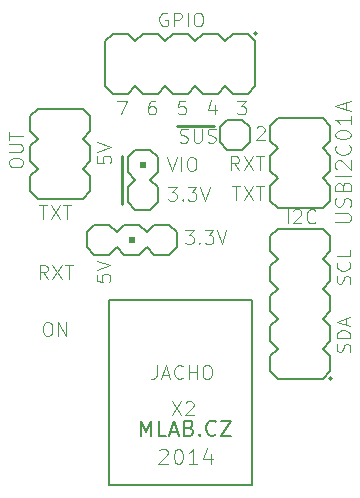
<source format=gbr>
%TF.GenerationSoftware,KiCad,Pcbnew,7.0.5.1-1-g8f565ef7f0-dirty-deb11*%
%TF.CreationDate,2023-07-05T12:54:24+00:00*%
%TF.ProjectId,USBI2C01,55534249-3243-4303-912e-6b696361645f,I2CUSB01A*%
%TF.SameCoordinates,Original*%
%TF.FileFunction,Legend,Top*%
%TF.FilePolarity,Positive*%
%FSLAX46Y46*%
G04 Gerber Fmt 4.6, Leading zero omitted, Abs format (unit mm)*
G04 Created by KiCad (PCBNEW 7.0.5.1-1-g8f565ef7f0-dirty-deb11) date 2023-07-05 12:54:24*
%MOMM*%
%LPD*%
G01*
G04 APERTURE LIST*
%ADD10C,0.254000*%
%ADD11C,0.101600*%
%ADD12C,0.200000*%
%ADD13C,0.113792*%
%ADD14C,0.093472*%
%ADD15C,0.152400*%
%ADD16C,0.127000*%
G04 APERTURE END LIST*
D10*
X143579850Y-101669850D02*
X143579850Y-97542350D01*
X148183600Y-95002350D02*
X151358600Y-95002350D01*
D11*
X134008176Y-98244765D02*
X134008176Y-98022212D01*
X134008176Y-98022212D02*
X134063814Y-97910936D01*
X134063814Y-97910936D02*
X134175090Y-97799660D01*
X134175090Y-97799660D02*
X134397642Y-97744022D01*
X134397642Y-97744022D02*
X134787109Y-97744022D01*
X134787109Y-97744022D02*
X135009661Y-97799660D01*
X135009661Y-97799660D02*
X135120938Y-97910936D01*
X135120938Y-97910936D02*
X135176576Y-98022212D01*
X135176576Y-98022212D02*
X135176576Y-98244765D01*
X135176576Y-98244765D02*
X135120938Y-98356041D01*
X135120938Y-98356041D02*
X135009661Y-98467317D01*
X135009661Y-98467317D02*
X134787109Y-98522955D01*
X134787109Y-98522955D02*
X134397642Y-98522955D01*
X134397642Y-98522955D02*
X134175090Y-98467317D01*
X134175090Y-98467317D02*
X134063814Y-98356041D01*
X134063814Y-98356041D02*
X134008176Y-98244765D01*
X134008176Y-97243279D02*
X134954023Y-97243279D01*
X134954023Y-97243279D02*
X135065299Y-97187641D01*
X135065299Y-97187641D02*
X135120938Y-97132003D01*
X135120938Y-97132003D02*
X135176576Y-97020727D01*
X135176576Y-97020727D02*
X135176576Y-96798174D01*
X135176576Y-96798174D02*
X135120938Y-96686898D01*
X135120938Y-96686898D02*
X135065299Y-96631260D01*
X135065299Y-96631260D02*
X134954023Y-96575622D01*
X134954023Y-96575622D02*
X134008176Y-96575622D01*
X134008176Y-96186155D02*
X134008176Y-95518498D01*
X135176576Y-95852327D02*
X134008176Y-95852327D01*
D12*
X145173271Y-121277604D02*
X145173271Y-119977604D01*
X145173271Y-119977604D02*
X145606605Y-120906176D01*
X145606605Y-120906176D02*
X146039938Y-119977604D01*
X146039938Y-119977604D02*
X146039938Y-121277604D01*
X147278033Y-121277604D02*
X146658985Y-121277604D01*
X146658985Y-121277604D02*
X146658985Y-119977604D01*
X147649462Y-120906176D02*
X148268509Y-120906176D01*
X147525652Y-121277604D02*
X147958985Y-119977604D01*
X147958985Y-119977604D02*
X148392319Y-121277604D01*
X149258986Y-120596652D02*
X149444700Y-120658557D01*
X149444700Y-120658557D02*
X149506605Y-120720461D01*
X149506605Y-120720461D02*
X149568509Y-120844271D01*
X149568509Y-120844271D02*
X149568509Y-121029985D01*
X149568509Y-121029985D02*
X149506605Y-121153795D01*
X149506605Y-121153795D02*
X149444700Y-121215700D01*
X149444700Y-121215700D02*
X149320890Y-121277604D01*
X149320890Y-121277604D02*
X148825652Y-121277604D01*
X148825652Y-121277604D02*
X148825652Y-119977604D01*
X148825652Y-119977604D02*
X149258986Y-119977604D01*
X149258986Y-119977604D02*
X149382795Y-120039509D01*
X149382795Y-120039509D02*
X149444700Y-120101414D01*
X149444700Y-120101414D02*
X149506605Y-120225223D01*
X149506605Y-120225223D02*
X149506605Y-120349033D01*
X149506605Y-120349033D02*
X149444700Y-120472842D01*
X149444700Y-120472842D02*
X149382795Y-120534747D01*
X149382795Y-120534747D02*
X149258986Y-120596652D01*
X149258986Y-120596652D02*
X148825652Y-120596652D01*
X150125652Y-121153795D02*
X150187557Y-121215700D01*
X150187557Y-121215700D02*
X150125652Y-121277604D01*
X150125652Y-121277604D02*
X150063748Y-121215700D01*
X150063748Y-121215700D02*
X150125652Y-121153795D01*
X150125652Y-121153795D02*
X150125652Y-121277604D01*
X151487557Y-121153795D02*
X151425653Y-121215700D01*
X151425653Y-121215700D02*
X151239938Y-121277604D01*
X151239938Y-121277604D02*
X151116129Y-121277604D01*
X151116129Y-121277604D02*
X150930415Y-121215700D01*
X150930415Y-121215700D02*
X150806605Y-121091890D01*
X150806605Y-121091890D02*
X150744700Y-120968080D01*
X150744700Y-120968080D02*
X150682796Y-120720461D01*
X150682796Y-120720461D02*
X150682796Y-120534747D01*
X150682796Y-120534747D02*
X150744700Y-120287128D01*
X150744700Y-120287128D02*
X150806605Y-120163319D01*
X150806605Y-120163319D02*
X150930415Y-120039509D01*
X150930415Y-120039509D02*
X151116129Y-119977604D01*
X151116129Y-119977604D02*
X151239938Y-119977604D01*
X151239938Y-119977604D02*
X151425653Y-120039509D01*
X151425653Y-120039509D02*
X151487557Y-120101414D01*
X151920891Y-119977604D02*
X152787557Y-119977604D01*
X152787557Y-119977604D02*
X151920891Y-121277604D01*
X151920891Y-121277604D02*
X152787557Y-121277604D01*
D11*
X143178606Y-92891926D02*
X143957539Y-92891926D01*
X143957539Y-92891926D02*
X143456796Y-94060326D01*
X147394401Y-85486314D02*
X147283125Y-85430676D01*
X147283125Y-85430676D02*
X147116211Y-85430676D01*
X147116211Y-85430676D02*
X146949296Y-85486314D01*
X146949296Y-85486314D02*
X146838020Y-85597590D01*
X146838020Y-85597590D02*
X146782382Y-85708866D01*
X146782382Y-85708866D02*
X146726744Y-85931418D01*
X146726744Y-85931418D02*
X146726744Y-86098333D01*
X146726744Y-86098333D02*
X146782382Y-86320885D01*
X146782382Y-86320885D02*
X146838020Y-86432161D01*
X146838020Y-86432161D02*
X146949296Y-86543438D01*
X146949296Y-86543438D02*
X147116211Y-86599076D01*
X147116211Y-86599076D02*
X147227487Y-86599076D01*
X147227487Y-86599076D02*
X147394401Y-86543438D01*
X147394401Y-86543438D02*
X147450039Y-86487799D01*
X147450039Y-86487799D02*
X147450039Y-86098333D01*
X147450039Y-86098333D02*
X147227487Y-86098333D01*
X147950782Y-86599076D02*
X147950782Y-85430676D01*
X147950782Y-85430676D02*
X148395887Y-85430676D01*
X148395887Y-85430676D02*
X148507163Y-85486314D01*
X148507163Y-85486314D02*
X148562801Y-85541952D01*
X148562801Y-85541952D02*
X148618439Y-85653228D01*
X148618439Y-85653228D02*
X148618439Y-85820142D01*
X148618439Y-85820142D02*
X148562801Y-85931418D01*
X148562801Y-85931418D02*
X148507163Y-85987057D01*
X148507163Y-85987057D02*
X148395887Y-86042695D01*
X148395887Y-86042695D02*
X147950782Y-86042695D01*
X149119182Y-86599076D02*
X149119182Y-85430676D01*
X149898115Y-85430676D02*
X150120668Y-85430676D01*
X150120668Y-85430676D02*
X150231944Y-85486314D01*
X150231944Y-85486314D02*
X150343220Y-85597590D01*
X150343220Y-85597590D02*
X150398858Y-85820142D01*
X150398858Y-85820142D02*
X150398858Y-86209609D01*
X150398858Y-86209609D02*
X150343220Y-86432161D01*
X150343220Y-86432161D02*
X150231944Y-86543438D01*
X150231944Y-86543438D02*
X150120668Y-86599076D01*
X150120668Y-86599076D02*
X149898115Y-86599076D01*
X149898115Y-86599076D02*
X149786839Y-86543438D01*
X149786839Y-86543438D02*
X149675563Y-86432161D01*
X149675563Y-86432161D02*
X149619925Y-86209609D01*
X149619925Y-86209609D02*
X149619925Y-85820142D01*
X149619925Y-85820142D02*
X149675563Y-85597590D01*
X149675563Y-85597590D02*
X149786839Y-85486314D01*
X149786839Y-85486314D02*
X149898115Y-85430676D01*
X162840466Y-108392399D02*
X162896104Y-108225485D01*
X162896104Y-108225485D02*
X162896104Y-107947294D01*
X162896104Y-107947294D02*
X162840466Y-107836018D01*
X162840466Y-107836018D02*
X162784827Y-107780380D01*
X162784827Y-107780380D02*
X162673551Y-107724742D01*
X162673551Y-107724742D02*
X162562275Y-107724742D01*
X162562275Y-107724742D02*
X162450999Y-107780380D01*
X162450999Y-107780380D02*
X162395361Y-107836018D01*
X162395361Y-107836018D02*
X162339723Y-107947294D01*
X162339723Y-107947294D02*
X162284085Y-108169847D01*
X162284085Y-108169847D02*
X162228446Y-108281123D01*
X162228446Y-108281123D02*
X162172808Y-108336761D01*
X162172808Y-108336761D02*
X162061532Y-108392399D01*
X162061532Y-108392399D02*
X161950256Y-108392399D01*
X161950256Y-108392399D02*
X161838980Y-108336761D01*
X161838980Y-108336761D02*
X161783342Y-108281123D01*
X161783342Y-108281123D02*
X161727704Y-108169847D01*
X161727704Y-108169847D02*
X161727704Y-107891656D01*
X161727704Y-107891656D02*
X161783342Y-107724742D01*
X162784827Y-106556342D02*
X162840466Y-106611980D01*
X162840466Y-106611980D02*
X162896104Y-106778894D01*
X162896104Y-106778894D02*
X162896104Y-106890170D01*
X162896104Y-106890170D02*
X162840466Y-107057085D01*
X162840466Y-107057085D02*
X162729189Y-107168361D01*
X162729189Y-107168361D02*
X162617913Y-107223999D01*
X162617913Y-107223999D02*
X162395361Y-107279637D01*
X162395361Y-107279637D02*
X162228446Y-107279637D01*
X162228446Y-107279637D02*
X162005894Y-107223999D01*
X162005894Y-107223999D02*
X161894618Y-107168361D01*
X161894618Y-107168361D02*
X161783342Y-107057085D01*
X161783342Y-107057085D02*
X161727704Y-106890170D01*
X161727704Y-106890170D02*
X161727704Y-106778894D01*
X161727704Y-106778894D02*
X161783342Y-106611980D01*
X161783342Y-106611980D02*
X161838980Y-106556342D01*
X162896104Y-105499218D02*
X162896104Y-106055599D01*
X162896104Y-106055599D02*
X161727704Y-106055599D01*
X146481211Y-115275676D02*
X146481211Y-116110247D01*
X146481211Y-116110247D02*
X146425572Y-116277161D01*
X146425572Y-116277161D02*
X146314296Y-116388438D01*
X146314296Y-116388438D02*
X146147382Y-116444076D01*
X146147382Y-116444076D02*
X146036106Y-116444076D01*
X146981954Y-116110247D02*
X147538335Y-116110247D01*
X146870678Y-116444076D02*
X147260144Y-115275676D01*
X147260144Y-115275676D02*
X147649611Y-116444076D01*
X148706735Y-116332799D02*
X148651097Y-116388438D01*
X148651097Y-116388438D02*
X148484183Y-116444076D01*
X148484183Y-116444076D02*
X148372907Y-116444076D01*
X148372907Y-116444076D02*
X148205992Y-116388438D01*
X148205992Y-116388438D02*
X148094716Y-116277161D01*
X148094716Y-116277161D02*
X148039078Y-116165885D01*
X148039078Y-116165885D02*
X147983440Y-115943333D01*
X147983440Y-115943333D02*
X147983440Y-115776418D01*
X147983440Y-115776418D02*
X148039078Y-115553866D01*
X148039078Y-115553866D02*
X148094716Y-115442590D01*
X148094716Y-115442590D02*
X148205992Y-115331314D01*
X148205992Y-115331314D02*
X148372907Y-115275676D01*
X148372907Y-115275676D02*
X148484183Y-115275676D01*
X148484183Y-115275676D02*
X148651097Y-115331314D01*
X148651097Y-115331314D02*
X148706735Y-115386952D01*
X149207478Y-116444076D02*
X149207478Y-115275676D01*
X149207478Y-115832057D02*
X149875135Y-115832057D01*
X149875135Y-116444076D02*
X149875135Y-115275676D01*
X150654068Y-115275676D02*
X150876621Y-115275676D01*
X150876621Y-115275676D02*
X150987897Y-115331314D01*
X150987897Y-115331314D02*
X151099173Y-115442590D01*
X151099173Y-115442590D02*
X151154811Y-115665142D01*
X151154811Y-115665142D02*
X151154811Y-116054609D01*
X151154811Y-116054609D02*
X151099173Y-116277161D01*
X151099173Y-116277161D02*
X150987897Y-116388438D01*
X150987897Y-116388438D02*
X150876621Y-116444076D01*
X150876621Y-116444076D02*
X150654068Y-116444076D01*
X150654068Y-116444076D02*
X150542792Y-116388438D01*
X150542792Y-116388438D02*
X150431516Y-116277161D01*
X150431516Y-116277161D02*
X150375878Y-116054609D01*
X150375878Y-116054609D02*
X150375878Y-115665142D01*
X150375878Y-115665142D02*
X150431516Y-115442590D01*
X150431516Y-115442590D02*
X150542792Y-115331314D01*
X150542792Y-115331314D02*
X150654068Y-115275676D01*
X146330625Y-92891926D02*
X146108072Y-92891926D01*
X146108072Y-92891926D02*
X145996796Y-92947564D01*
X145996796Y-92947564D02*
X145941158Y-93003202D01*
X145941158Y-93003202D02*
X145829882Y-93170116D01*
X145829882Y-93170116D02*
X145774244Y-93392668D01*
X145774244Y-93392668D02*
X145774244Y-93837773D01*
X145774244Y-93837773D02*
X145829882Y-93949049D01*
X145829882Y-93949049D02*
X145885520Y-94004688D01*
X145885520Y-94004688D02*
X145996796Y-94060326D01*
X145996796Y-94060326D02*
X146219349Y-94060326D01*
X146219349Y-94060326D02*
X146330625Y-94004688D01*
X146330625Y-94004688D02*
X146386263Y-93949049D01*
X146386263Y-93949049D02*
X146441901Y-93837773D01*
X146441901Y-93837773D02*
X146441901Y-93559583D01*
X146441901Y-93559583D02*
X146386263Y-93448307D01*
X146386263Y-93448307D02*
X146330625Y-93392668D01*
X146330625Y-93392668D02*
X146219349Y-93337030D01*
X146219349Y-93337030D02*
X145996796Y-93337030D01*
X145996796Y-93337030D02*
X145885520Y-93392668D01*
X145885520Y-93392668D02*
X145829882Y-93448307D01*
X145829882Y-93448307D02*
X145774244Y-93559583D01*
D13*
X146706573Y-122488376D02*
X146768888Y-122426061D01*
X146768888Y-122426061D02*
X146893517Y-122363746D01*
X146893517Y-122363746D02*
X147205091Y-122363746D01*
X147205091Y-122363746D02*
X147329720Y-122426061D01*
X147329720Y-122426061D02*
X147392035Y-122488376D01*
X147392035Y-122488376D02*
X147454349Y-122613005D01*
X147454349Y-122613005D02*
X147454349Y-122737634D01*
X147454349Y-122737634D02*
X147392035Y-122924578D01*
X147392035Y-122924578D02*
X146644259Y-123672354D01*
X146644259Y-123672354D02*
X147454349Y-123672354D01*
X148264440Y-122363746D02*
X148389069Y-122363746D01*
X148389069Y-122363746D02*
X148513698Y-122426061D01*
X148513698Y-122426061D02*
X148576013Y-122488376D01*
X148576013Y-122488376D02*
X148638328Y-122613005D01*
X148638328Y-122613005D02*
X148700642Y-122862264D01*
X148700642Y-122862264D02*
X148700642Y-123173837D01*
X148700642Y-123173837D02*
X148638328Y-123423096D01*
X148638328Y-123423096D02*
X148576013Y-123547725D01*
X148576013Y-123547725D02*
X148513698Y-123610040D01*
X148513698Y-123610040D02*
X148389069Y-123672354D01*
X148389069Y-123672354D02*
X148264440Y-123672354D01*
X148264440Y-123672354D02*
X148139810Y-123610040D01*
X148139810Y-123610040D02*
X148077496Y-123547725D01*
X148077496Y-123547725D02*
X148015181Y-123423096D01*
X148015181Y-123423096D02*
X147952866Y-123173837D01*
X147952866Y-123173837D02*
X147952866Y-122862264D01*
X147952866Y-122862264D02*
X148015181Y-122613005D01*
X148015181Y-122613005D02*
X148077496Y-122488376D01*
X148077496Y-122488376D02*
X148139810Y-122426061D01*
X148139810Y-122426061D02*
X148264440Y-122363746D01*
X149946935Y-123672354D02*
X149199159Y-123672354D01*
X149573047Y-123672354D02*
X149573047Y-122363746D01*
X149573047Y-122363746D02*
X149448418Y-122550690D01*
X149448418Y-122550690D02*
X149323789Y-122675320D01*
X149323789Y-122675320D02*
X149199159Y-122737634D01*
X151068599Y-122799949D02*
X151068599Y-123672354D01*
X150757026Y-122301432D02*
X150445452Y-123236152D01*
X150445452Y-123236152D02*
X151255543Y-123236152D01*
D11*
X157577382Y-103267826D02*
X157577382Y-102099426D01*
X158078125Y-102210702D02*
X158133763Y-102155064D01*
X158133763Y-102155064D02*
X158245039Y-102099426D01*
X158245039Y-102099426D02*
X158523230Y-102099426D01*
X158523230Y-102099426D02*
X158634506Y-102155064D01*
X158634506Y-102155064D02*
X158690144Y-102210702D01*
X158690144Y-102210702D02*
X158745782Y-102321978D01*
X158745782Y-102321978D02*
X158745782Y-102433254D01*
X158745782Y-102433254D02*
X158690144Y-102600168D01*
X158690144Y-102600168D02*
X158022487Y-103267826D01*
X158022487Y-103267826D02*
X158745782Y-103267826D01*
X159914182Y-103156549D02*
X159858544Y-103212188D01*
X159858544Y-103212188D02*
X159691630Y-103267826D01*
X159691630Y-103267826D02*
X159580354Y-103267826D01*
X159580354Y-103267826D02*
X159413439Y-103212188D01*
X159413439Y-103212188D02*
X159302163Y-103100911D01*
X159302163Y-103100911D02*
X159246525Y-102989635D01*
X159246525Y-102989635D02*
X159190887Y-102767083D01*
X159190887Y-102767083D02*
X159190887Y-102600168D01*
X159190887Y-102600168D02*
X159246525Y-102377616D01*
X159246525Y-102377616D02*
X159302163Y-102266340D01*
X159302163Y-102266340D02*
X159413439Y-102155064D01*
X159413439Y-102155064D02*
X159580354Y-102099426D01*
X159580354Y-102099426D02*
X159691630Y-102099426D01*
X159691630Y-102099426D02*
X159858544Y-102155064D01*
X159858544Y-102155064D02*
X159914182Y-102210702D01*
X136561102Y-101720204D02*
X137228759Y-101720204D01*
X136894930Y-102888604D02*
X136894930Y-101720204D01*
X137506950Y-101720204D02*
X138285883Y-102888604D01*
X138285883Y-101720204D02*
X137506950Y-102888604D01*
X138564074Y-101720204D02*
X139231731Y-101720204D01*
X138897902Y-102888604D02*
X138897902Y-101720204D01*
X154962798Y-95163980D02*
X155018436Y-95108342D01*
X155018436Y-95108342D02*
X155129712Y-95052704D01*
X155129712Y-95052704D02*
X155407903Y-95052704D01*
X155407903Y-95052704D02*
X155519179Y-95108342D01*
X155519179Y-95108342D02*
X155574817Y-95163980D01*
X155574817Y-95163980D02*
X155630455Y-95275256D01*
X155630455Y-95275256D02*
X155630455Y-95386532D01*
X155630455Y-95386532D02*
X155574817Y-95553446D01*
X155574817Y-95553446D02*
X154907160Y-96221104D01*
X154907160Y-96221104D02*
X155630455Y-96221104D01*
X148472994Y-96385938D02*
X148639908Y-96441576D01*
X148639908Y-96441576D02*
X148918099Y-96441576D01*
X148918099Y-96441576D02*
X149029375Y-96385938D01*
X149029375Y-96385938D02*
X149085013Y-96330299D01*
X149085013Y-96330299D02*
X149140651Y-96219023D01*
X149140651Y-96219023D02*
X149140651Y-96107747D01*
X149140651Y-96107747D02*
X149085013Y-95996471D01*
X149085013Y-95996471D02*
X149029375Y-95940833D01*
X149029375Y-95940833D02*
X148918099Y-95885195D01*
X148918099Y-95885195D02*
X148695546Y-95829557D01*
X148695546Y-95829557D02*
X148584270Y-95773918D01*
X148584270Y-95773918D02*
X148528632Y-95718280D01*
X148528632Y-95718280D02*
X148472994Y-95607004D01*
X148472994Y-95607004D02*
X148472994Y-95495728D01*
X148472994Y-95495728D02*
X148528632Y-95384452D01*
X148528632Y-95384452D02*
X148584270Y-95328814D01*
X148584270Y-95328814D02*
X148695546Y-95273176D01*
X148695546Y-95273176D02*
X148973737Y-95273176D01*
X148973737Y-95273176D02*
X149140651Y-95328814D01*
X149641394Y-95273176D02*
X149641394Y-96219023D01*
X149641394Y-96219023D02*
X149697032Y-96330299D01*
X149697032Y-96330299D02*
X149752670Y-96385938D01*
X149752670Y-96385938D02*
X149863946Y-96441576D01*
X149863946Y-96441576D02*
X150086499Y-96441576D01*
X150086499Y-96441576D02*
X150197775Y-96385938D01*
X150197775Y-96385938D02*
X150253413Y-96330299D01*
X150253413Y-96330299D02*
X150309051Y-96219023D01*
X150309051Y-96219023D02*
X150309051Y-95273176D01*
X150809794Y-96385938D02*
X150976708Y-96441576D01*
X150976708Y-96441576D02*
X151254899Y-96441576D01*
X151254899Y-96441576D02*
X151366175Y-96385938D01*
X151366175Y-96385938D02*
X151421813Y-96330299D01*
X151421813Y-96330299D02*
X151477451Y-96219023D01*
X151477451Y-96219023D02*
X151477451Y-96107747D01*
X151477451Y-96107747D02*
X151421813Y-95996471D01*
X151421813Y-95996471D02*
X151366175Y-95940833D01*
X151366175Y-95940833D02*
X151254899Y-95885195D01*
X151254899Y-95885195D02*
X151032346Y-95829557D01*
X151032346Y-95829557D02*
X150921070Y-95773918D01*
X150921070Y-95773918D02*
X150865432Y-95718280D01*
X150865432Y-95718280D02*
X150809794Y-95607004D01*
X150809794Y-95607004D02*
X150809794Y-95495728D01*
X150809794Y-95495728D02*
X150865432Y-95384452D01*
X150865432Y-95384452D02*
X150921070Y-95328814D01*
X150921070Y-95328814D02*
X151032346Y-95273176D01*
X151032346Y-95273176D02*
X151310537Y-95273176D01*
X151310537Y-95273176D02*
X151477451Y-95328814D01*
X162840466Y-114163037D02*
X162896104Y-113996123D01*
X162896104Y-113996123D02*
X162896104Y-113717932D01*
X162896104Y-113717932D02*
X162840466Y-113606656D01*
X162840466Y-113606656D02*
X162784827Y-113551018D01*
X162784827Y-113551018D02*
X162673551Y-113495380D01*
X162673551Y-113495380D02*
X162562275Y-113495380D01*
X162562275Y-113495380D02*
X162450999Y-113551018D01*
X162450999Y-113551018D02*
X162395361Y-113606656D01*
X162395361Y-113606656D02*
X162339723Y-113717932D01*
X162339723Y-113717932D02*
X162284085Y-113940485D01*
X162284085Y-113940485D02*
X162228446Y-114051761D01*
X162228446Y-114051761D02*
X162172808Y-114107399D01*
X162172808Y-114107399D02*
X162061532Y-114163037D01*
X162061532Y-114163037D02*
X161950256Y-114163037D01*
X161950256Y-114163037D02*
X161838980Y-114107399D01*
X161838980Y-114107399D02*
X161783342Y-114051761D01*
X161783342Y-114051761D02*
X161727704Y-113940485D01*
X161727704Y-113940485D02*
X161727704Y-113662294D01*
X161727704Y-113662294D02*
X161783342Y-113495380D01*
X162896104Y-112994637D02*
X161727704Y-112994637D01*
X161727704Y-112994637D02*
X161727704Y-112716447D01*
X161727704Y-112716447D02*
X161783342Y-112549532D01*
X161783342Y-112549532D02*
X161894618Y-112438256D01*
X161894618Y-112438256D02*
X162005894Y-112382618D01*
X162005894Y-112382618D02*
X162228446Y-112326980D01*
X162228446Y-112326980D02*
X162395361Y-112326980D01*
X162395361Y-112326980D02*
X162617913Y-112382618D01*
X162617913Y-112382618D02*
X162729189Y-112438256D01*
X162729189Y-112438256D02*
X162840466Y-112549532D01*
X162840466Y-112549532D02*
X162896104Y-112716447D01*
X162896104Y-112716447D02*
X162896104Y-112994637D01*
X162562275Y-111881875D02*
X162562275Y-111325494D01*
X162896104Y-111993151D02*
X161727704Y-111603685D01*
X161727704Y-111603685D02*
X162896104Y-111214218D01*
X148926263Y-92891926D02*
X148369882Y-92891926D01*
X148369882Y-92891926D02*
X148314244Y-93448307D01*
X148314244Y-93448307D02*
X148369882Y-93392668D01*
X148369882Y-93392668D02*
X148481158Y-93337030D01*
X148481158Y-93337030D02*
X148759349Y-93337030D01*
X148759349Y-93337030D02*
X148870625Y-93392668D01*
X148870625Y-93392668D02*
X148926263Y-93448307D01*
X148926263Y-93448307D02*
X148981901Y-93559583D01*
X148981901Y-93559583D02*
X148981901Y-93837773D01*
X148981901Y-93837773D02*
X148926263Y-93949049D01*
X148926263Y-93949049D02*
X148870625Y-94004688D01*
X148870625Y-94004688D02*
X148759349Y-94060326D01*
X148759349Y-94060326D02*
X148481158Y-94060326D01*
X148481158Y-94060326D02*
X148369882Y-94004688D01*
X148369882Y-94004688D02*
X148314244Y-93949049D01*
X152912352Y-100132704D02*
X153580009Y-100132704D01*
X153246180Y-101301104D02*
X153246180Y-100132704D01*
X153858200Y-100132704D02*
X154637133Y-101301104D01*
X154637133Y-100132704D02*
X153858200Y-101301104D01*
X154915324Y-100132704D02*
X155582981Y-100132704D01*
X155249152Y-101301104D02*
X155249152Y-100132704D01*
D13*
X161631425Y-103188413D02*
X162690775Y-103188413D01*
X162690775Y-103188413D02*
X162815404Y-103126099D01*
X162815404Y-103126099D02*
X162877719Y-103063784D01*
X162877719Y-103063784D02*
X162940033Y-102939155D01*
X162940033Y-102939155D02*
X162940033Y-102689896D01*
X162940033Y-102689896D02*
X162877719Y-102565267D01*
X162877719Y-102565267D02*
X162815404Y-102502952D01*
X162815404Y-102502952D02*
X162690775Y-102440637D01*
X162690775Y-102440637D02*
X161631425Y-102440637D01*
X162877719Y-101879805D02*
X162940033Y-101692861D01*
X162940033Y-101692861D02*
X162940033Y-101381288D01*
X162940033Y-101381288D02*
X162877719Y-101256658D01*
X162877719Y-101256658D02*
X162815404Y-101194344D01*
X162815404Y-101194344D02*
X162690775Y-101132029D01*
X162690775Y-101132029D02*
X162566145Y-101132029D01*
X162566145Y-101132029D02*
X162441516Y-101194344D01*
X162441516Y-101194344D02*
X162379201Y-101256658D01*
X162379201Y-101256658D02*
X162316887Y-101381288D01*
X162316887Y-101381288D02*
X162254572Y-101630546D01*
X162254572Y-101630546D02*
X162192257Y-101755176D01*
X162192257Y-101755176D02*
X162129943Y-101817490D01*
X162129943Y-101817490D02*
X162005313Y-101879805D01*
X162005313Y-101879805D02*
X161880684Y-101879805D01*
X161880684Y-101879805D02*
X161756055Y-101817490D01*
X161756055Y-101817490D02*
X161693740Y-101755176D01*
X161693740Y-101755176D02*
X161631425Y-101630546D01*
X161631425Y-101630546D02*
X161631425Y-101318973D01*
X161631425Y-101318973D02*
X161693740Y-101132029D01*
X162254572Y-100134995D02*
X162316887Y-99948051D01*
X162316887Y-99948051D02*
X162379201Y-99885736D01*
X162379201Y-99885736D02*
X162503831Y-99823421D01*
X162503831Y-99823421D02*
X162690775Y-99823421D01*
X162690775Y-99823421D02*
X162815404Y-99885736D01*
X162815404Y-99885736D02*
X162877719Y-99948051D01*
X162877719Y-99948051D02*
X162940033Y-100072680D01*
X162940033Y-100072680D02*
X162940033Y-100571197D01*
X162940033Y-100571197D02*
X161631425Y-100571197D01*
X161631425Y-100571197D02*
X161631425Y-100134995D01*
X161631425Y-100134995D02*
X161693740Y-100010365D01*
X161693740Y-100010365D02*
X161756055Y-99948051D01*
X161756055Y-99948051D02*
X161880684Y-99885736D01*
X161880684Y-99885736D02*
X162005313Y-99885736D01*
X162005313Y-99885736D02*
X162129943Y-99948051D01*
X162129943Y-99948051D02*
X162192257Y-100010365D01*
X162192257Y-100010365D02*
X162254572Y-100134995D01*
X162254572Y-100134995D02*
X162254572Y-100571197D01*
X162940033Y-99262589D02*
X161631425Y-99262589D01*
X161756055Y-98701757D02*
X161693740Y-98639442D01*
X161693740Y-98639442D02*
X161631425Y-98514813D01*
X161631425Y-98514813D02*
X161631425Y-98203240D01*
X161631425Y-98203240D02*
X161693740Y-98078610D01*
X161693740Y-98078610D02*
X161756055Y-98016296D01*
X161756055Y-98016296D02*
X161880684Y-97953981D01*
X161880684Y-97953981D02*
X162005313Y-97953981D01*
X162005313Y-97953981D02*
X162192257Y-98016296D01*
X162192257Y-98016296D02*
X162940033Y-98764072D01*
X162940033Y-98764072D02*
X162940033Y-97953981D01*
X162815404Y-96645373D02*
X162877719Y-96707688D01*
X162877719Y-96707688D02*
X162940033Y-96894632D01*
X162940033Y-96894632D02*
X162940033Y-97019261D01*
X162940033Y-97019261D02*
X162877719Y-97206205D01*
X162877719Y-97206205D02*
X162753089Y-97330835D01*
X162753089Y-97330835D02*
X162628460Y-97393149D01*
X162628460Y-97393149D02*
X162379201Y-97455464D01*
X162379201Y-97455464D02*
X162192257Y-97455464D01*
X162192257Y-97455464D02*
X161942999Y-97393149D01*
X161942999Y-97393149D02*
X161818369Y-97330835D01*
X161818369Y-97330835D02*
X161693740Y-97206205D01*
X161693740Y-97206205D02*
X161631425Y-97019261D01*
X161631425Y-97019261D02*
X161631425Y-96894632D01*
X161631425Y-96894632D02*
X161693740Y-96707688D01*
X161693740Y-96707688D02*
X161756055Y-96645373D01*
X161631425Y-95835283D02*
X161631425Y-95710653D01*
X161631425Y-95710653D02*
X161693740Y-95586024D01*
X161693740Y-95586024D02*
X161756055Y-95523709D01*
X161756055Y-95523709D02*
X161880684Y-95461395D01*
X161880684Y-95461395D02*
X162129943Y-95399080D01*
X162129943Y-95399080D02*
X162441516Y-95399080D01*
X162441516Y-95399080D02*
X162690775Y-95461395D01*
X162690775Y-95461395D02*
X162815404Y-95523709D01*
X162815404Y-95523709D02*
X162877719Y-95586024D01*
X162877719Y-95586024D02*
X162940033Y-95710653D01*
X162940033Y-95710653D02*
X162940033Y-95835283D01*
X162940033Y-95835283D02*
X162877719Y-95959912D01*
X162877719Y-95959912D02*
X162815404Y-96022227D01*
X162815404Y-96022227D02*
X162690775Y-96084541D01*
X162690775Y-96084541D02*
X162441516Y-96146856D01*
X162441516Y-96146856D02*
X162129943Y-96146856D01*
X162129943Y-96146856D02*
X161880684Y-96084541D01*
X161880684Y-96084541D02*
X161756055Y-96022227D01*
X161756055Y-96022227D02*
X161693740Y-95959912D01*
X161693740Y-95959912D02*
X161631425Y-95835283D01*
X162940033Y-94152787D02*
X162940033Y-94900563D01*
X162940033Y-94526675D02*
X161631425Y-94526675D01*
X161631425Y-94526675D02*
X161818369Y-94651304D01*
X161818369Y-94651304D02*
X161942999Y-94775934D01*
X161942999Y-94775934D02*
X162005313Y-94900563D01*
X162566145Y-93654270D02*
X162566145Y-93031123D01*
X162940033Y-93778899D02*
X161631425Y-93342697D01*
X161631425Y-93342697D02*
X162940033Y-92906494D01*
D11*
X147464856Y-100194426D02*
X148188151Y-100194426D01*
X148188151Y-100194426D02*
X147798684Y-100639530D01*
X147798684Y-100639530D02*
X147965599Y-100639530D01*
X147965599Y-100639530D02*
X148076875Y-100695168D01*
X148076875Y-100695168D02*
X148132513Y-100750807D01*
X148132513Y-100750807D02*
X148188151Y-100862083D01*
X148188151Y-100862083D02*
X148188151Y-101140273D01*
X148188151Y-101140273D02*
X148132513Y-101251549D01*
X148132513Y-101251549D02*
X148076875Y-101307188D01*
X148076875Y-101307188D02*
X147965599Y-101362826D01*
X147965599Y-101362826D02*
X147631770Y-101362826D01*
X147631770Y-101362826D02*
X147520494Y-101307188D01*
X147520494Y-101307188D02*
X147464856Y-101251549D01*
X148688894Y-101251549D02*
X148744532Y-101307188D01*
X148744532Y-101307188D02*
X148688894Y-101362826D01*
X148688894Y-101362826D02*
X148633256Y-101307188D01*
X148633256Y-101307188D02*
X148688894Y-101251549D01*
X148688894Y-101251549D02*
X148688894Y-101362826D01*
X149133999Y-100194426D02*
X149857294Y-100194426D01*
X149857294Y-100194426D02*
X149467827Y-100639530D01*
X149467827Y-100639530D02*
X149634742Y-100639530D01*
X149634742Y-100639530D02*
X149746018Y-100695168D01*
X149746018Y-100695168D02*
X149801656Y-100750807D01*
X149801656Y-100750807D02*
X149857294Y-100862083D01*
X149857294Y-100862083D02*
X149857294Y-101140273D01*
X149857294Y-101140273D02*
X149801656Y-101251549D01*
X149801656Y-101251549D02*
X149746018Y-101307188D01*
X149746018Y-101307188D02*
X149634742Y-101362826D01*
X149634742Y-101362826D02*
X149300913Y-101362826D01*
X149300913Y-101362826D02*
X149189637Y-101307188D01*
X149189637Y-101307188D02*
X149133999Y-101251549D01*
X150191123Y-100194426D02*
X150580589Y-101362826D01*
X150580589Y-101362826D02*
X150970056Y-100194426D01*
X151410625Y-93281392D02*
X151410625Y-94060326D01*
X151132434Y-92836288D02*
X150854244Y-93670859D01*
X150854244Y-93670859D02*
X151577539Y-93670859D01*
X137276233Y-107968604D02*
X136886766Y-107412223D01*
X136608576Y-107968604D02*
X136608576Y-106800204D01*
X136608576Y-106800204D02*
X137053681Y-106800204D01*
X137053681Y-106800204D02*
X137164957Y-106855842D01*
X137164957Y-106855842D02*
X137220595Y-106911480D01*
X137220595Y-106911480D02*
X137276233Y-107022756D01*
X137276233Y-107022756D02*
X137276233Y-107189670D01*
X137276233Y-107189670D02*
X137220595Y-107300946D01*
X137220595Y-107300946D02*
X137164957Y-107356585D01*
X137164957Y-107356585D02*
X137053681Y-107412223D01*
X137053681Y-107412223D02*
X136608576Y-107412223D01*
X137665700Y-106800204D02*
X138444633Y-107968604D01*
X138444633Y-106800204D02*
X137665700Y-107968604D01*
X138722824Y-106800204D02*
X139390481Y-106800204D01*
X139056652Y-107968604D02*
X139056652Y-106800204D01*
X147409218Y-97654426D02*
X147798684Y-98822826D01*
X147798684Y-98822826D02*
X148188151Y-97654426D01*
X148577618Y-98822826D02*
X148577618Y-97654426D01*
X149356551Y-97654426D02*
X149579104Y-97654426D01*
X149579104Y-97654426D02*
X149690380Y-97710064D01*
X149690380Y-97710064D02*
X149801656Y-97821340D01*
X149801656Y-97821340D02*
X149857294Y-98043892D01*
X149857294Y-98043892D02*
X149857294Y-98433359D01*
X149857294Y-98433359D02*
X149801656Y-98655911D01*
X149801656Y-98655911D02*
X149690380Y-98767188D01*
X149690380Y-98767188D02*
X149579104Y-98822826D01*
X149579104Y-98822826D02*
X149356551Y-98822826D01*
X149356551Y-98822826D02*
X149245275Y-98767188D01*
X149245275Y-98767188D02*
X149133999Y-98655911D01*
X149133999Y-98655911D02*
X149078361Y-98433359D01*
X149078361Y-98433359D02*
X149078361Y-98043892D01*
X149078361Y-98043892D02*
X149133999Y-97821340D01*
X149133999Y-97821340D02*
X149245275Y-97710064D01*
X149245275Y-97710064D02*
X149356551Y-97654426D01*
X153338606Y-92891926D02*
X154061901Y-92891926D01*
X154061901Y-92891926D02*
X153672434Y-93337030D01*
X153672434Y-93337030D02*
X153839349Y-93337030D01*
X153839349Y-93337030D02*
X153950625Y-93392668D01*
X153950625Y-93392668D02*
X154006263Y-93448307D01*
X154006263Y-93448307D02*
X154061901Y-93559583D01*
X154061901Y-93559583D02*
X154061901Y-93837773D01*
X154061901Y-93837773D02*
X154006263Y-93949049D01*
X154006263Y-93949049D02*
X153950625Y-94004688D01*
X153950625Y-94004688D02*
X153839349Y-94060326D01*
X153839349Y-94060326D02*
X153505520Y-94060326D01*
X153505520Y-94060326D02*
X153394244Y-94004688D01*
X153394244Y-94004688D02*
X153338606Y-93949049D01*
X153468733Y-98761104D02*
X153079266Y-98204723D01*
X152801076Y-98761104D02*
X152801076Y-97592704D01*
X152801076Y-97592704D02*
X153246181Y-97592704D01*
X153246181Y-97592704D02*
X153357457Y-97648342D01*
X153357457Y-97648342D02*
X153413095Y-97703980D01*
X153413095Y-97703980D02*
X153468733Y-97815256D01*
X153468733Y-97815256D02*
X153468733Y-97982170D01*
X153468733Y-97982170D02*
X153413095Y-98093446D01*
X153413095Y-98093446D02*
X153357457Y-98149085D01*
X153357457Y-98149085D02*
X153246181Y-98204723D01*
X153246181Y-98204723D02*
X152801076Y-98204723D01*
X153858200Y-97592704D02*
X154637133Y-98761104D01*
X154637133Y-97592704D02*
X153858200Y-98761104D01*
X154915324Y-97592704D02*
X155582981Y-97592704D01*
X155249152Y-98761104D02*
X155249152Y-97592704D01*
X141407704Y-107620118D02*
X141407704Y-108176499D01*
X141407704Y-108176499D02*
X141964085Y-108232137D01*
X141964085Y-108232137D02*
X141908446Y-108176499D01*
X141908446Y-108176499D02*
X141852808Y-108065223D01*
X141852808Y-108065223D02*
X141852808Y-107787032D01*
X141852808Y-107787032D02*
X141908446Y-107675756D01*
X141908446Y-107675756D02*
X141964085Y-107620118D01*
X141964085Y-107620118D02*
X142075361Y-107564480D01*
X142075361Y-107564480D02*
X142353551Y-107564480D01*
X142353551Y-107564480D02*
X142464827Y-107620118D01*
X142464827Y-107620118D02*
X142520466Y-107675756D01*
X142520466Y-107675756D02*
X142576104Y-107787032D01*
X142576104Y-107787032D02*
X142576104Y-108065223D01*
X142576104Y-108065223D02*
X142520466Y-108176499D01*
X142520466Y-108176499D02*
X142464827Y-108232137D01*
X141407704Y-107230651D02*
X142576104Y-106841185D01*
X142576104Y-106841185D02*
X141407704Y-106451718D01*
X141469426Y-97593436D02*
X141469426Y-98149817D01*
X141469426Y-98149817D02*
X142025807Y-98205455D01*
X142025807Y-98205455D02*
X141970168Y-98149817D01*
X141970168Y-98149817D02*
X141914530Y-98038541D01*
X141914530Y-98038541D02*
X141914530Y-97760350D01*
X141914530Y-97760350D02*
X141970168Y-97649074D01*
X141970168Y-97649074D02*
X142025807Y-97593436D01*
X142025807Y-97593436D02*
X142137083Y-97537798D01*
X142137083Y-97537798D02*
X142415273Y-97537798D01*
X142415273Y-97537798D02*
X142526549Y-97593436D01*
X142526549Y-97593436D02*
X142582188Y-97649074D01*
X142582188Y-97649074D02*
X142637826Y-97760350D01*
X142637826Y-97760350D02*
X142637826Y-98038541D01*
X142637826Y-98038541D02*
X142582188Y-98149817D01*
X142582188Y-98149817D02*
X142526549Y-98205455D01*
X141469426Y-97203969D02*
X142637826Y-96814503D01*
X142637826Y-96814503D02*
X141469426Y-96425036D01*
X137162434Y-111624426D02*
X137384987Y-111624426D01*
X137384987Y-111624426D02*
X137496263Y-111680064D01*
X137496263Y-111680064D02*
X137607539Y-111791340D01*
X137607539Y-111791340D02*
X137663177Y-112013892D01*
X137663177Y-112013892D02*
X137663177Y-112403359D01*
X137663177Y-112403359D02*
X137607539Y-112625911D01*
X137607539Y-112625911D02*
X137496263Y-112737188D01*
X137496263Y-112737188D02*
X137384987Y-112792826D01*
X137384987Y-112792826D02*
X137162434Y-112792826D01*
X137162434Y-112792826D02*
X137051158Y-112737188D01*
X137051158Y-112737188D02*
X136939882Y-112625911D01*
X136939882Y-112625911D02*
X136884244Y-112403359D01*
X136884244Y-112403359D02*
X136884244Y-112013892D01*
X136884244Y-112013892D02*
X136939882Y-111791340D01*
X136939882Y-111791340D02*
X137051158Y-111680064D01*
X137051158Y-111680064D02*
X137162434Y-111624426D01*
X138163920Y-112792826D02*
X138163920Y-111624426D01*
X138163920Y-111624426D02*
X138831577Y-112792826D01*
X138831577Y-112792826D02*
X138831577Y-111624426D01*
X148893606Y-103845676D02*
X149616901Y-103845676D01*
X149616901Y-103845676D02*
X149227434Y-104290780D01*
X149227434Y-104290780D02*
X149394349Y-104290780D01*
X149394349Y-104290780D02*
X149505625Y-104346418D01*
X149505625Y-104346418D02*
X149561263Y-104402057D01*
X149561263Y-104402057D02*
X149616901Y-104513333D01*
X149616901Y-104513333D02*
X149616901Y-104791523D01*
X149616901Y-104791523D02*
X149561263Y-104902799D01*
X149561263Y-104902799D02*
X149505625Y-104958438D01*
X149505625Y-104958438D02*
X149394349Y-105014076D01*
X149394349Y-105014076D02*
X149060520Y-105014076D01*
X149060520Y-105014076D02*
X148949244Y-104958438D01*
X148949244Y-104958438D02*
X148893606Y-104902799D01*
X150117644Y-104902799D02*
X150173282Y-104958438D01*
X150173282Y-104958438D02*
X150117644Y-105014076D01*
X150117644Y-105014076D02*
X150062006Y-104958438D01*
X150062006Y-104958438D02*
X150117644Y-104902799D01*
X150117644Y-104902799D02*
X150117644Y-105014076D01*
X150562749Y-103845676D02*
X151286044Y-103845676D01*
X151286044Y-103845676D02*
X150896577Y-104290780D01*
X150896577Y-104290780D02*
X151063492Y-104290780D01*
X151063492Y-104290780D02*
X151174768Y-104346418D01*
X151174768Y-104346418D02*
X151230406Y-104402057D01*
X151230406Y-104402057D02*
X151286044Y-104513333D01*
X151286044Y-104513333D02*
X151286044Y-104791523D01*
X151286044Y-104791523D02*
X151230406Y-104902799D01*
X151230406Y-104902799D02*
X151174768Y-104958438D01*
X151174768Y-104958438D02*
X151063492Y-105014076D01*
X151063492Y-105014076D02*
X150729663Y-105014076D01*
X150729663Y-105014076D02*
X150618387Y-104958438D01*
X150618387Y-104958438D02*
X150562749Y-104902799D01*
X151619873Y-103845676D02*
X152009339Y-105014076D01*
X152009339Y-105014076D02*
X152398806Y-103845676D01*
D14*
%TO.C,X2*%
X147778169Y-118336496D02*
X148562521Y-119513024D01*
X148562521Y-118336496D02*
X147778169Y-119513024D01*
X148954697Y-118448546D02*
X149010722Y-118392521D01*
X149010722Y-118392521D02*
X149122773Y-118336496D01*
X149122773Y-118336496D02*
X149402898Y-118336496D01*
X149402898Y-118336496D02*
X149514949Y-118392521D01*
X149514949Y-118392521D02*
X149570974Y-118448546D01*
X149570974Y-118448546D02*
X149626999Y-118560596D01*
X149626999Y-118560596D02*
X149626999Y-118672647D01*
X149626999Y-118672647D02*
X149570974Y-118840722D01*
X149570974Y-118840722D02*
X148898672Y-119513024D01*
X148898672Y-119513024D02*
X149626999Y-119513024D01*
D15*
%TO.C,SV7*%
X153739850Y-97066100D02*
X152469850Y-97066100D01*
X154374850Y-95161100D02*
X154374850Y-96431100D01*
X154374850Y-96431100D02*
X153739850Y-97066100D01*
X153739850Y-94526100D02*
X154374850Y-95161100D01*
X152469850Y-94526100D02*
X153739850Y-94526100D01*
X152469850Y-94526100D02*
X151834850Y-95161100D01*
X151834850Y-96431100D02*
X152469850Y-97066100D01*
X151834850Y-95161100D02*
X151834850Y-96431100D01*
%TO.C,SV4*%
X161201100Y-97542350D02*
X161201100Y-98812350D01*
X156121100Y-100082350D02*
X156756100Y-99447350D01*
X156121100Y-97542350D02*
X156756100Y-96907350D01*
X156121100Y-101352350D02*
X156756100Y-101987350D01*
X160566100Y-96907350D02*
X161201100Y-97542350D01*
X161201100Y-95002350D02*
X161201100Y-96272350D01*
X156121100Y-95002350D02*
X156756100Y-94367350D01*
X156121100Y-98812350D02*
X156121100Y-97542350D01*
X156121100Y-96272350D02*
X156121100Y-95002350D01*
X160566100Y-101987350D02*
X161201100Y-101352350D01*
X161201100Y-96272350D02*
X160566100Y-96907350D01*
X156756100Y-96907350D02*
X156121100Y-96272350D01*
X161201100Y-100082350D02*
X161201100Y-101352350D01*
X161201100Y-98812350D02*
X160566100Y-99447350D01*
X156756100Y-94367350D02*
X160566100Y-94367350D01*
X160566100Y-94367350D02*
X161201100Y-95002350D01*
X156756100Y-99447350D02*
X156121100Y-98812350D01*
X160566100Y-99447350D02*
X161201100Y-100082350D01*
X156756100Y-101987350D02*
X160566100Y-101987350D01*
X156121100Y-101352350D02*
X156121100Y-100082350D01*
%TO.C,SV3*%
X143103600Y-104051100D02*
X143738600Y-103416100D01*
X141198600Y-105956100D02*
X140563600Y-105321100D01*
X147548600Y-105956100D02*
X148183600Y-105321100D01*
X145008600Y-105956100D02*
X143738600Y-105956100D01*
X142468600Y-103416100D02*
X143103600Y-104051100D01*
X143738600Y-105956100D02*
X143103600Y-105321100D01*
X140563600Y-105321100D02*
X140563600Y-104051100D01*
X143103600Y-105321100D02*
X142468600Y-105956100D01*
X145008600Y-103416100D02*
X145643600Y-104051100D01*
X141198600Y-103416100D02*
X142468600Y-103416100D01*
X143738600Y-103416100D02*
X145008600Y-103416100D01*
X146278600Y-105956100D02*
X145643600Y-105321100D01*
X148183600Y-105321100D02*
X148183600Y-104051100D01*
X145643600Y-104051100D02*
X146278600Y-103416100D01*
X145643600Y-105321100D02*
X145008600Y-105956100D01*
X140563600Y-104051100D02*
X141198600Y-103416100D01*
X148183600Y-104051100D02*
X147548600Y-103416100D01*
X146278600Y-103416100D02*
X147548600Y-103416100D01*
X142468600Y-105956100D02*
X141198600Y-105956100D01*
X147548600Y-105956100D02*
X146278600Y-105956100D01*
G36*
X144627600Y-104940100D02*
G01*
X144119600Y-104940100D01*
X144119600Y-104432100D01*
X144627600Y-104432100D01*
X144627600Y-104940100D01*
G37*
%TO.C,SV6*%
X136436100Y-101193600D02*
X140246100Y-101193600D01*
X140246100Y-98653600D02*
X140881100Y-99288600D01*
X136436100Y-96113600D02*
X135801100Y-95478600D01*
X140881100Y-99288600D02*
X140881100Y-100558600D01*
X140246100Y-93573600D02*
X140881100Y-94208600D01*
X140881100Y-94208600D02*
X140881100Y-95478600D01*
X140246100Y-101193600D02*
X140881100Y-100558600D01*
X135801100Y-98018600D02*
X135801100Y-96748600D01*
X140881100Y-96748600D02*
X140881100Y-98018600D01*
X135801100Y-94208600D02*
X136436100Y-93573600D01*
X140246100Y-96113600D02*
X140881100Y-96748600D01*
X135801100Y-96748600D02*
X136436100Y-96113600D01*
X135801100Y-95478600D02*
X135801100Y-94208600D01*
X136436100Y-93573600D02*
X140246100Y-93573600D01*
X135801100Y-100558600D02*
X136436100Y-101193600D01*
X140881100Y-95478600D02*
X140246100Y-96113600D01*
X140881100Y-98018600D02*
X140246100Y-98653600D01*
X136436100Y-98653600D02*
X135801100Y-98018600D01*
X135801100Y-100558600D02*
X135801100Y-99288600D01*
X135801100Y-99288600D02*
X136436100Y-98653600D01*
%TO.C,SV2*%
X156121100Y-106908600D02*
X156756100Y-106273600D01*
X156756100Y-113893600D02*
X156121100Y-113258600D01*
X160566100Y-108813600D02*
X161201100Y-108178600D01*
X156121100Y-115798600D02*
X156756100Y-116433600D01*
X156756100Y-103733600D02*
X160566100Y-103733600D01*
X161201100Y-104368600D02*
X161201100Y-105638600D01*
X156756100Y-106273600D02*
X156121100Y-105638600D01*
X161201100Y-106908600D02*
X161201100Y-108178600D01*
X160566100Y-108813600D02*
X161201100Y-109448600D01*
X160566100Y-111353600D02*
X161201100Y-111988600D01*
X156756100Y-111353600D02*
X156121100Y-110718600D01*
X156121100Y-111988600D02*
X156756100Y-111353600D01*
X161201100Y-113258600D02*
X160566100Y-113893600D01*
X156121100Y-114528600D02*
X156756100Y-113893600D01*
X161201100Y-114528600D02*
X161201100Y-115798600D01*
X160566100Y-116433600D02*
X161201100Y-115798600D01*
X161201100Y-109448600D02*
X161201100Y-110718600D01*
X156121100Y-109448600D02*
X156756100Y-108813600D01*
X156121100Y-104368600D02*
X156756100Y-103733600D01*
X161201100Y-111988600D02*
X161201100Y-113258600D01*
X156121100Y-113258600D02*
X156121100Y-111988600D01*
X156121100Y-108178600D02*
X156756100Y-108813600D01*
X156121100Y-105638600D02*
X156121100Y-104368600D01*
X160566100Y-103733600D02*
X161201100Y-104368600D01*
X156756100Y-116433600D02*
X160566100Y-116433600D01*
X160566100Y-113893600D02*
X161201100Y-114528600D01*
X161201100Y-105638600D02*
X160566100Y-106273600D01*
X156121100Y-115798600D02*
X156121100Y-114528600D01*
X156121100Y-108178600D02*
X156121100Y-106908600D01*
X161201100Y-110718600D02*
X160566100Y-111353600D01*
X156121100Y-110718600D02*
X156121100Y-109448600D01*
X160566100Y-106273600D02*
X161201100Y-106908600D01*
D16*
X161328100Y-116433600D02*
G75*
G03*
X161328100Y-116433600I-127000J0D01*
G01*
D15*
%TO.C,SV5*%
X149771100Y-87858600D02*
X150406100Y-87223600D01*
X142786100Y-92303600D02*
X142151100Y-91668600D01*
X149136100Y-87223600D02*
X149771100Y-87858600D01*
X146596100Y-92303600D02*
X147231100Y-91668600D01*
X154216100Y-92303600D02*
X154851100Y-91668600D01*
X150406100Y-92303600D02*
X149771100Y-91668600D01*
X152311100Y-87858600D02*
X152946100Y-87223600D01*
X154851100Y-87858600D02*
X154216100Y-87223600D01*
X142786100Y-87223600D02*
X144056100Y-87223600D01*
X154216100Y-92303600D02*
X152946100Y-92303600D01*
X146596100Y-92303600D02*
X145326100Y-92303600D01*
X142151100Y-91668600D02*
X142151100Y-87858600D01*
X144056100Y-87223600D02*
X144691100Y-87858600D01*
X149771100Y-91668600D02*
X149136100Y-92303600D01*
X152311100Y-91668600D02*
X151676100Y-92303600D01*
X144056100Y-92303600D02*
X142786100Y-92303600D01*
X151676100Y-87223600D02*
X152311100Y-87858600D01*
X154851100Y-91668600D02*
X154851100Y-87858600D01*
X147866100Y-92303600D02*
X147231100Y-91668600D01*
X142151100Y-87858600D02*
X142786100Y-87223600D01*
X144691100Y-91668600D02*
X144056100Y-92303600D01*
X147866100Y-87223600D02*
X149136100Y-87223600D01*
X147231100Y-87858600D02*
X147866100Y-87223600D01*
X145326100Y-92303600D02*
X144691100Y-91668600D01*
X144691100Y-87858600D02*
X145326100Y-87223600D01*
X152946100Y-92303600D02*
X152311100Y-91668600D01*
X149136100Y-92303600D02*
X147866100Y-92303600D01*
X150406100Y-87223600D02*
X151676100Y-87223600D01*
X145326100Y-87223600D02*
X146596100Y-87223600D01*
X151676100Y-92303600D02*
X150406100Y-92303600D01*
X152946100Y-87223600D02*
X154216100Y-87223600D01*
X147231100Y-87858600D02*
X146596100Y-87223600D01*
D16*
X154978100Y-87223600D02*
G75*
G03*
X154978100Y-87223600I-127000J0D01*
G01*
D15*
%TO.C,SV1*%
X144691100Y-102146100D02*
X145961100Y-102146100D01*
X144056100Y-100241100D02*
X144691100Y-99606100D01*
X145961100Y-102146100D02*
X146596100Y-101511100D01*
X145961100Y-99606100D02*
X146596100Y-100241100D01*
X144056100Y-97701100D02*
X144691100Y-97066100D01*
X145961100Y-97066100D02*
X146596100Y-97701100D01*
X144691100Y-97066100D02*
X145961100Y-97066100D01*
X146596100Y-97701100D02*
X146596100Y-98971100D01*
X144056100Y-101511100D02*
X144056100Y-100241100D01*
X144056100Y-98971100D02*
X144056100Y-97701100D01*
X146596100Y-98971100D02*
X145961100Y-99606100D01*
X144691100Y-99606100D02*
X144056100Y-98971100D01*
X146596100Y-100241100D02*
X146596100Y-101511100D01*
X144056100Y-101511100D02*
X144691100Y-102146100D01*
G36*
X145580100Y-98590100D02*
G01*
X145072100Y-98590100D01*
X145072100Y-98082100D01*
X145580100Y-98082100D01*
X145580100Y-98590100D01*
G37*
D16*
%TO.C,X2*%
X154551100Y-109763600D02*
X142451100Y-109763600D01*
X142451100Y-109763600D02*
X142451100Y-125463600D01*
X154551100Y-125463600D02*
X154551100Y-109763600D01*
X142451100Y-125463600D02*
X154551100Y-125463600D01*
%TD*%
M02*

</source>
